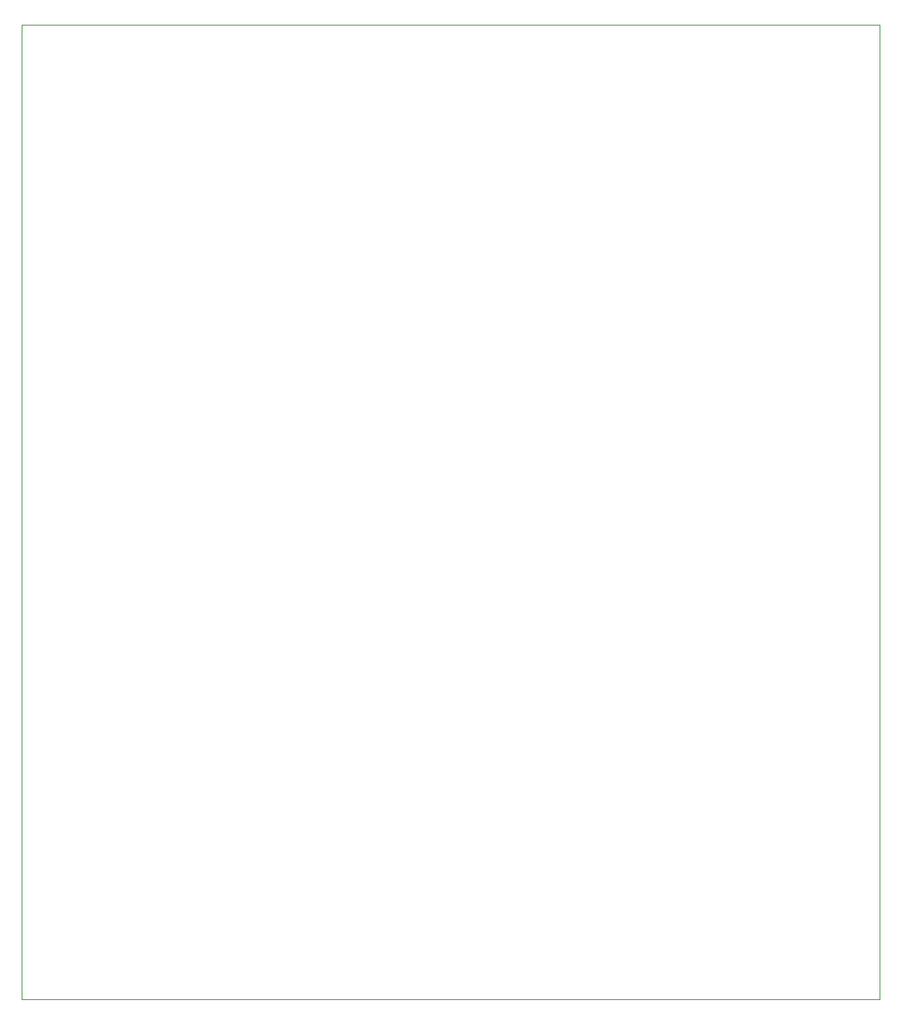
<source format=gm1>
G04 #@! TF.GenerationSoftware,KiCad,Pcbnew,(6.0.2)*
G04 #@! TF.CreationDate,2025-01-10T17:30:30+01:00*
G04 #@! TF.ProjectId,4motor,346d6f74-6f72-42e6-9b69-6361645f7063,rev?*
G04 #@! TF.SameCoordinates,Original*
G04 #@! TF.FileFunction,Profile,NP*
%FSLAX46Y46*%
G04 Gerber Fmt 4.6, Leading zero omitted, Abs format (unit mm)*
G04 Created by KiCad (PCBNEW (6.0.2)) date 2025-01-10 17:30:30*
%MOMM*%
%LPD*%
G01*
G04 APERTURE LIST*
G04 #@! TA.AperFunction,Profile*
%ADD10C,0.100000*%
G04 #@! TD*
G04 APERTURE END LIST*
D10*
X71120000Y-58420000D02*
X71120000Y-165100000D01*
X165100000Y-165100000D02*
X165100000Y-58420000D01*
X165100000Y-165100000D02*
X71120000Y-165100000D01*
X165100000Y-58420000D02*
X71120000Y-58420000D01*
M02*

</source>
